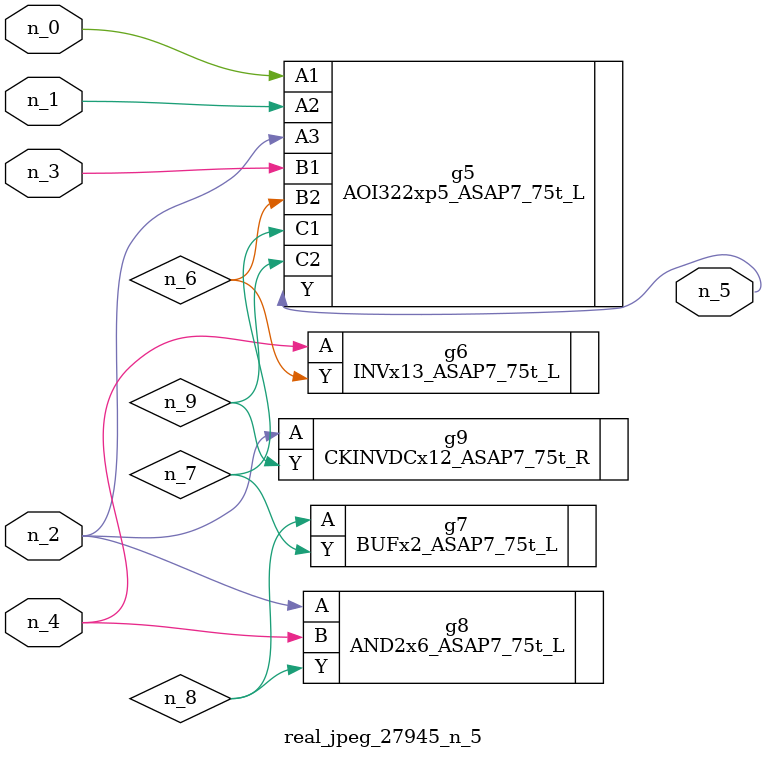
<source format=v>
module real_jpeg_27945_n_5 (n_4, n_0, n_1, n_2, n_3, n_5);

input n_4;
input n_0;
input n_1;
input n_2;
input n_3;

output n_5;

wire n_8;
wire n_6;
wire n_7;
wire n_9;

AOI322xp5_ASAP7_75t_L g5 ( 
.A1(n_0),
.A2(n_1),
.A3(n_2),
.B1(n_3),
.B2(n_6),
.C1(n_7),
.C2(n_9),
.Y(n_5)
);

AND2x6_ASAP7_75t_L g8 ( 
.A(n_2),
.B(n_4),
.Y(n_8)
);

CKINVDCx12_ASAP7_75t_R g9 ( 
.A(n_2),
.Y(n_9)
);

INVx13_ASAP7_75t_L g6 ( 
.A(n_4),
.Y(n_6)
);

BUFx2_ASAP7_75t_L g7 ( 
.A(n_8),
.Y(n_7)
);


endmodule
</source>
